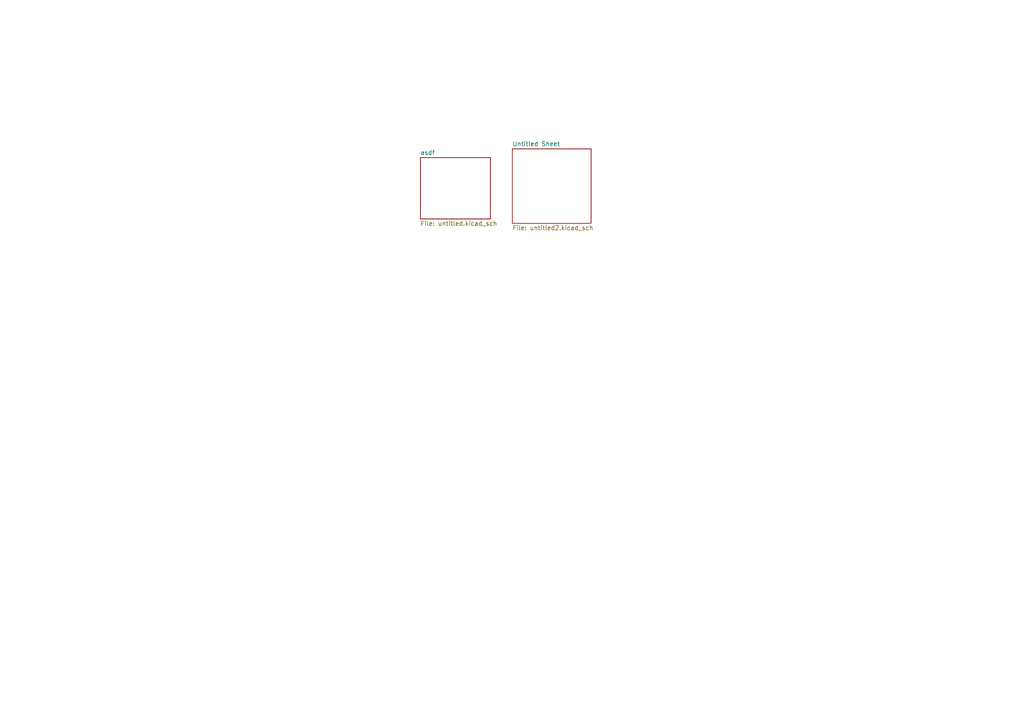
<source format=kicad_sch>
(kicad_sch (version 20230121) (generator eeschema)
  (paper "A4")
  (lib_symbols)
  (sheet (at 121.92 45.72) (size 20.32 17.78) (stroke (width 0.1524))
    (property "Sheetname" "asdf" (at 121.92 45.0084 0) (effects (justify left bottom)))
    (property "Sheetfile" "untitled.kicad_sch" (at 121.92 64.0846 0) (effects (justify left top)))
  )
  (sheet (at 148.59 43.18) (size 22.86 21.59) (stroke (width 0.1524))
    (property "Sheetname" "Untitled Sheet" (at 148.59 42.4684 0) (effects (justify left bottom)))
    (property "Sheetfile" "untitled2.kicad_sch" (at 148.59 65.3546 0) (effects (justify left top)))
  )
)
</source>
